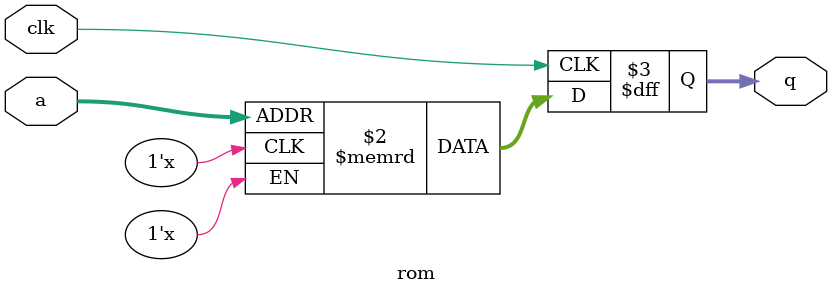
<source format=sv>

module rom (
  input  clk,
  input  [7:0] a,
  output reg [8:0] q
);

  reg [8:0] mem [0:255];

  always @(posedge clk)
    q <= mem[a];

endmodule


</source>
